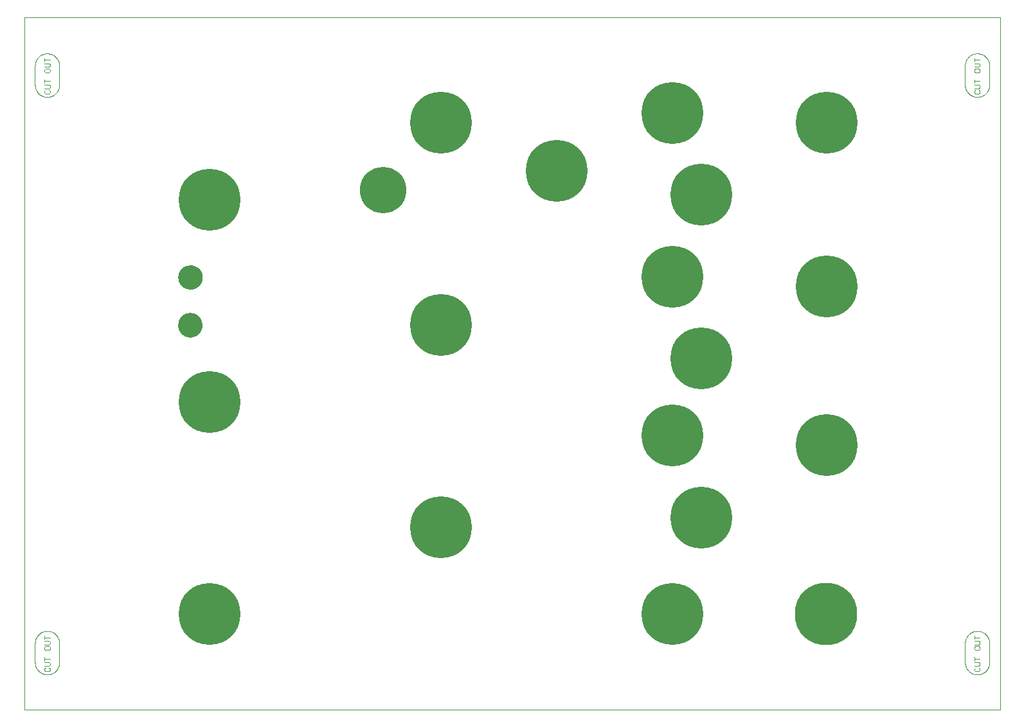
<source format=gbs>
G75*
%MOIN*%
%OFA0B0*%
%FSLAX25Y25*%
%IPPOS*%
%LPD*%
%AMOC8*
5,1,8,0,0,1.08239X$1,22.5*
%
%ADD10C,0.00000*%
%ADD11C,0.12605*%
%ADD12C,0.00010*%
%ADD13C,0.00200*%
%ADD14C,0.24085*%
%ADD15C,0.31959*%
%ADD16C,0.32353*%
D10*
X0001000Y0001600D02*
X0506906Y0001600D01*
X0506906Y0361049D01*
X0001000Y0361049D01*
X0001000Y0001600D01*
X0080784Y0201195D02*
X0080786Y0201351D01*
X0080792Y0201507D01*
X0080802Y0201662D01*
X0080816Y0201817D01*
X0080834Y0201972D01*
X0080856Y0202126D01*
X0080881Y0202280D01*
X0080911Y0202433D01*
X0080945Y0202585D01*
X0080982Y0202737D01*
X0081023Y0202887D01*
X0081068Y0203036D01*
X0081117Y0203184D01*
X0081170Y0203331D01*
X0081226Y0203476D01*
X0081286Y0203620D01*
X0081350Y0203762D01*
X0081418Y0203903D01*
X0081489Y0204041D01*
X0081563Y0204178D01*
X0081641Y0204313D01*
X0081722Y0204446D01*
X0081807Y0204577D01*
X0081895Y0204706D01*
X0081986Y0204832D01*
X0082081Y0204956D01*
X0082178Y0205077D01*
X0082279Y0205196D01*
X0082383Y0205313D01*
X0082489Y0205426D01*
X0082599Y0205537D01*
X0082711Y0205645D01*
X0082826Y0205750D01*
X0082944Y0205853D01*
X0083064Y0205952D01*
X0083187Y0206048D01*
X0083312Y0206141D01*
X0083439Y0206230D01*
X0083569Y0206317D01*
X0083701Y0206400D01*
X0083835Y0206479D01*
X0083971Y0206556D01*
X0084109Y0206628D01*
X0084248Y0206698D01*
X0084390Y0206763D01*
X0084533Y0206825D01*
X0084677Y0206883D01*
X0084823Y0206938D01*
X0084971Y0206989D01*
X0085119Y0207036D01*
X0085269Y0207079D01*
X0085420Y0207118D01*
X0085572Y0207154D01*
X0085724Y0207185D01*
X0085878Y0207213D01*
X0086032Y0207237D01*
X0086186Y0207257D01*
X0086341Y0207273D01*
X0086497Y0207285D01*
X0086652Y0207293D01*
X0086808Y0207297D01*
X0086964Y0207297D01*
X0087120Y0207293D01*
X0087275Y0207285D01*
X0087431Y0207273D01*
X0087586Y0207257D01*
X0087740Y0207237D01*
X0087894Y0207213D01*
X0088048Y0207185D01*
X0088200Y0207154D01*
X0088352Y0207118D01*
X0088503Y0207079D01*
X0088653Y0207036D01*
X0088801Y0206989D01*
X0088949Y0206938D01*
X0089095Y0206883D01*
X0089239Y0206825D01*
X0089382Y0206763D01*
X0089524Y0206698D01*
X0089663Y0206628D01*
X0089801Y0206556D01*
X0089937Y0206479D01*
X0090071Y0206400D01*
X0090203Y0206317D01*
X0090333Y0206230D01*
X0090460Y0206141D01*
X0090585Y0206048D01*
X0090708Y0205952D01*
X0090828Y0205853D01*
X0090946Y0205750D01*
X0091061Y0205645D01*
X0091173Y0205537D01*
X0091283Y0205426D01*
X0091389Y0205313D01*
X0091493Y0205196D01*
X0091594Y0205077D01*
X0091691Y0204956D01*
X0091786Y0204832D01*
X0091877Y0204706D01*
X0091965Y0204577D01*
X0092050Y0204446D01*
X0092131Y0204313D01*
X0092209Y0204178D01*
X0092283Y0204041D01*
X0092354Y0203903D01*
X0092422Y0203762D01*
X0092486Y0203620D01*
X0092546Y0203476D01*
X0092602Y0203331D01*
X0092655Y0203184D01*
X0092704Y0203036D01*
X0092749Y0202887D01*
X0092790Y0202737D01*
X0092827Y0202585D01*
X0092861Y0202433D01*
X0092891Y0202280D01*
X0092916Y0202126D01*
X0092938Y0201972D01*
X0092956Y0201817D01*
X0092970Y0201662D01*
X0092980Y0201507D01*
X0092986Y0201351D01*
X0092988Y0201195D01*
X0092986Y0201039D01*
X0092980Y0200883D01*
X0092970Y0200728D01*
X0092956Y0200573D01*
X0092938Y0200418D01*
X0092916Y0200264D01*
X0092891Y0200110D01*
X0092861Y0199957D01*
X0092827Y0199805D01*
X0092790Y0199653D01*
X0092749Y0199503D01*
X0092704Y0199354D01*
X0092655Y0199206D01*
X0092602Y0199059D01*
X0092546Y0198914D01*
X0092486Y0198770D01*
X0092422Y0198628D01*
X0092354Y0198487D01*
X0092283Y0198349D01*
X0092209Y0198212D01*
X0092131Y0198077D01*
X0092050Y0197944D01*
X0091965Y0197813D01*
X0091877Y0197684D01*
X0091786Y0197558D01*
X0091691Y0197434D01*
X0091594Y0197313D01*
X0091493Y0197194D01*
X0091389Y0197077D01*
X0091283Y0196964D01*
X0091173Y0196853D01*
X0091061Y0196745D01*
X0090946Y0196640D01*
X0090828Y0196537D01*
X0090708Y0196438D01*
X0090585Y0196342D01*
X0090460Y0196249D01*
X0090333Y0196160D01*
X0090203Y0196073D01*
X0090071Y0195990D01*
X0089937Y0195911D01*
X0089801Y0195834D01*
X0089663Y0195762D01*
X0089524Y0195692D01*
X0089382Y0195627D01*
X0089239Y0195565D01*
X0089095Y0195507D01*
X0088949Y0195452D01*
X0088801Y0195401D01*
X0088653Y0195354D01*
X0088503Y0195311D01*
X0088352Y0195272D01*
X0088200Y0195236D01*
X0088048Y0195205D01*
X0087894Y0195177D01*
X0087740Y0195153D01*
X0087586Y0195133D01*
X0087431Y0195117D01*
X0087275Y0195105D01*
X0087120Y0195097D01*
X0086964Y0195093D01*
X0086808Y0195093D01*
X0086652Y0195097D01*
X0086497Y0195105D01*
X0086341Y0195117D01*
X0086186Y0195133D01*
X0086032Y0195153D01*
X0085878Y0195177D01*
X0085724Y0195205D01*
X0085572Y0195236D01*
X0085420Y0195272D01*
X0085269Y0195311D01*
X0085119Y0195354D01*
X0084971Y0195401D01*
X0084823Y0195452D01*
X0084677Y0195507D01*
X0084533Y0195565D01*
X0084390Y0195627D01*
X0084248Y0195692D01*
X0084109Y0195762D01*
X0083971Y0195834D01*
X0083835Y0195911D01*
X0083701Y0195990D01*
X0083569Y0196073D01*
X0083439Y0196160D01*
X0083312Y0196249D01*
X0083187Y0196342D01*
X0083064Y0196438D01*
X0082944Y0196537D01*
X0082826Y0196640D01*
X0082711Y0196745D01*
X0082599Y0196853D01*
X0082489Y0196964D01*
X0082383Y0197077D01*
X0082279Y0197194D01*
X0082178Y0197313D01*
X0082081Y0197434D01*
X0081986Y0197558D01*
X0081895Y0197684D01*
X0081807Y0197813D01*
X0081722Y0197944D01*
X0081641Y0198077D01*
X0081563Y0198212D01*
X0081489Y0198349D01*
X0081418Y0198487D01*
X0081350Y0198628D01*
X0081286Y0198770D01*
X0081226Y0198914D01*
X0081170Y0199059D01*
X0081117Y0199206D01*
X0081068Y0199354D01*
X0081023Y0199503D01*
X0080982Y0199653D01*
X0080945Y0199805D01*
X0080911Y0199957D01*
X0080881Y0200110D01*
X0080856Y0200264D01*
X0080834Y0200418D01*
X0080816Y0200573D01*
X0080802Y0200728D01*
X0080792Y0200883D01*
X0080786Y0201039D01*
X0080784Y0201195D01*
X0080954Y0226075D02*
X0080956Y0226231D01*
X0080962Y0226387D01*
X0080972Y0226542D01*
X0080986Y0226697D01*
X0081004Y0226852D01*
X0081026Y0227006D01*
X0081051Y0227160D01*
X0081081Y0227313D01*
X0081115Y0227465D01*
X0081152Y0227617D01*
X0081193Y0227767D01*
X0081238Y0227916D01*
X0081287Y0228064D01*
X0081340Y0228211D01*
X0081396Y0228356D01*
X0081456Y0228500D01*
X0081520Y0228642D01*
X0081588Y0228783D01*
X0081659Y0228921D01*
X0081733Y0229058D01*
X0081811Y0229193D01*
X0081892Y0229326D01*
X0081977Y0229457D01*
X0082065Y0229586D01*
X0082156Y0229712D01*
X0082251Y0229836D01*
X0082348Y0229957D01*
X0082449Y0230076D01*
X0082553Y0230193D01*
X0082659Y0230306D01*
X0082769Y0230417D01*
X0082881Y0230525D01*
X0082996Y0230630D01*
X0083114Y0230733D01*
X0083234Y0230832D01*
X0083357Y0230928D01*
X0083482Y0231021D01*
X0083609Y0231110D01*
X0083739Y0231197D01*
X0083871Y0231280D01*
X0084005Y0231359D01*
X0084141Y0231436D01*
X0084279Y0231508D01*
X0084418Y0231578D01*
X0084560Y0231643D01*
X0084703Y0231705D01*
X0084847Y0231763D01*
X0084993Y0231818D01*
X0085141Y0231869D01*
X0085289Y0231916D01*
X0085439Y0231959D01*
X0085590Y0231998D01*
X0085742Y0232034D01*
X0085894Y0232065D01*
X0086048Y0232093D01*
X0086202Y0232117D01*
X0086356Y0232137D01*
X0086511Y0232153D01*
X0086667Y0232165D01*
X0086822Y0232173D01*
X0086978Y0232177D01*
X0087134Y0232177D01*
X0087290Y0232173D01*
X0087445Y0232165D01*
X0087601Y0232153D01*
X0087756Y0232137D01*
X0087910Y0232117D01*
X0088064Y0232093D01*
X0088218Y0232065D01*
X0088370Y0232034D01*
X0088522Y0231998D01*
X0088673Y0231959D01*
X0088823Y0231916D01*
X0088971Y0231869D01*
X0089119Y0231818D01*
X0089265Y0231763D01*
X0089409Y0231705D01*
X0089552Y0231643D01*
X0089694Y0231578D01*
X0089833Y0231508D01*
X0089971Y0231436D01*
X0090107Y0231359D01*
X0090241Y0231280D01*
X0090373Y0231197D01*
X0090503Y0231110D01*
X0090630Y0231021D01*
X0090755Y0230928D01*
X0090878Y0230832D01*
X0090998Y0230733D01*
X0091116Y0230630D01*
X0091231Y0230525D01*
X0091343Y0230417D01*
X0091453Y0230306D01*
X0091559Y0230193D01*
X0091663Y0230076D01*
X0091764Y0229957D01*
X0091861Y0229836D01*
X0091956Y0229712D01*
X0092047Y0229586D01*
X0092135Y0229457D01*
X0092220Y0229326D01*
X0092301Y0229193D01*
X0092379Y0229058D01*
X0092453Y0228921D01*
X0092524Y0228783D01*
X0092592Y0228642D01*
X0092656Y0228500D01*
X0092716Y0228356D01*
X0092772Y0228211D01*
X0092825Y0228064D01*
X0092874Y0227916D01*
X0092919Y0227767D01*
X0092960Y0227617D01*
X0092997Y0227465D01*
X0093031Y0227313D01*
X0093061Y0227160D01*
X0093086Y0227006D01*
X0093108Y0226852D01*
X0093126Y0226697D01*
X0093140Y0226542D01*
X0093150Y0226387D01*
X0093156Y0226231D01*
X0093158Y0226075D01*
X0093156Y0225919D01*
X0093150Y0225763D01*
X0093140Y0225608D01*
X0093126Y0225453D01*
X0093108Y0225298D01*
X0093086Y0225144D01*
X0093061Y0224990D01*
X0093031Y0224837D01*
X0092997Y0224685D01*
X0092960Y0224533D01*
X0092919Y0224383D01*
X0092874Y0224234D01*
X0092825Y0224086D01*
X0092772Y0223939D01*
X0092716Y0223794D01*
X0092656Y0223650D01*
X0092592Y0223508D01*
X0092524Y0223367D01*
X0092453Y0223229D01*
X0092379Y0223092D01*
X0092301Y0222957D01*
X0092220Y0222824D01*
X0092135Y0222693D01*
X0092047Y0222564D01*
X0091956Y0222438D01*
X0091861Y0222314D01*
X0091764Y0222193D01*
X0091663Y0222074D01*
X0091559Y0221957D01*
X0091453Y0221844D01*
X0091343Y0221733D01*
X0091231Y0221625D01*
X0091116Y0221520D01*
X0090998Y0221417D01*
X0090878Y0221318D01*
X0090755Y0221222D01*
X0090630Y0221129D01*
X0090503Y0221040D01*
X0090373Y0220953D01*
X0090241Y0220870D01*
X0090107Y0220791D01*
X0089971Y0220714D01*
X0089833Y0220642D01*
X0089694Y0220572D01*
X0089552Y0220507D01*
X0089409Y0220445D01*
X0089265Y0220387D01*
X0089119Y0220332D01*
X0088971Y0220281D01*
X0088823Y0220234D01*
X0088673Y0220191D01*
X0088522Y0220152D01*
X0088370Y0220116D01*
X0088218Y0220085D01*
X0088064Y0220057D01*
X0087910Y0220033D01*
X0087756Y0220013D01*
X0087601Y0219997D01*
X0087445Y0219985D01*
X0087290Y0219977D01*
X0087134Y0219973D01*
X0086978Y0219973D01*
X0086822Y0219977D01*
X0086667Y0219985D01*
X0086511Y0219997D01*
X0086356Y0220013D01*
X0086202Y0220033D01*
X0086048Y0220057D01*
X0085894Y0220085D01*
X0085742Y0220116D01*
X0085590Y0220152D01*
X0085439Y0220191D01*
X0085289Y0220234D01*
X0085141Y0220281D01*
X0084993Y0220332D01*
X0084847Y0220387D01*
X0084703Y0220445D01*
X0084560Y0220507D01*
X0084418Y0220572D01*
X0084279Y0220642D01*
X0084141Y0220714D01*
X0084005Y0220791D01*
X0083871Y0220870D01*
X0083739Y0220953D01*
X0083609Y0221040D01*
X0083482Y0221129D01*
X0083357Y0221222D01*
X0083234Y0221318D01*
X0083114Y0221417D01*
X0082996Y0221520D01*
X0082881Y0221625D01*
X0082769Y0221733D01*
X0082659Y0221844D01*
X0082553Y0221957D01*
X0082449Y0222074D01*
X0082348Y0222193D01*
X0082251Y0222314D01*
X0082156Y0222438D01*
X0082065Y0222564D01*
X0081977Y0222693D01*
X0081892Y0222824D01*
X0081811Y0222957D01*
X0081733Y0223092D01*
X0081659Y0223229D01*
X0081588Y0223367D01*
X0081520Y0223508D01*
X0081456Y0223650D01*
X0081396Y0223794D01*
X0081340Y0223939D01*
X0081287Y0224086D01*
X0081238Y0224234D01*
X0081193Y0224383D01*
X0081152Y0224533D01*
X0081115Y0224685D01*
X0081081Y0224837D01*
X0081051Y0224990D01*
X0081026Y0225144D01*
X0081004Y0225298D01*
X0080986Y0225453D01*
X0080972Y0225608D01*
X0080962Y0225763D01*
X0080956Y0225919D01*
X0080954Y0226075D01*
D11*
X0087056Y0226075D03*
X0086886Y0201195D03*
D12*
X0019110Y0325891D02*
X0019110Y0335891D01*
X0019108Y0336049D01*
X0019102Y0336207D01*
X0019092Y0336365D01*
X0019078Y0336523D01*
X0019060Y0336680D01*
X0019039Y0336837D01*
X0019013Y0336993D01*
X0018983Y0337149D01*
X0018950Y0337304D01*
X0018912Y0337457D01*
X0018871Y0337610D01*
X0018826Y0337762D01*
X0018777Y0337913D01*
X0018724Y0338062D01*
X0018668Y0338210D01*
X0018608Y0338356D01*
X0018544Y0338501D01*
X0018476Y0338644D01*
X0018405Y0338786D01*
X0018331Y0338926D01*
X0018253Y0339063D01*
X0018171Y0339199D01*
X0018087Y0339333D01*
X0017998Y0339464D01*
X0017907Y0339593D01*
X0017812Y0339720D01*
X0017715Y0339845D01*
X0017614Y0339967D01*
X0017510Y0340086D01*
X0017403Y0340203D01*
X0017293Y0340317D01*
X0017180Y0340428D01*
X0017065Y0340537D01*
X0016947Y0340642D01*
X0016826Y0340744D01*
X0016703Y0340844D01*
X0016577Y0340940D01*
X0016449Y0341033D01*
X0016319Y0341123D01*
X0016186Y0341209D01*
X0016051Y0341293D01*
X0015915Y0341372D01*
X0015776Y0341449D01*
X0015635Y0341521D01*
X0015493Y0341591D01*
X0015349Y0341656D01*
X0015203Y0341718D01*
X0015056Y0341776D01*
X0014907Y0341831D01*
X0014757Y0341882D01*
X0014606Y0341929D01*
X0014454Y0341972D01*
X0014301Y0342011D01*
X0014146Y0342047D01*
X0013991Y0342078D01*
X0013835Y0342106D01*
X0013679Y0342130D01*
X0013522Y0342150D01*
X0013364Y0342166D01*
X0013207Y0342178D01*
X0013048Y0342186D01*
X0012890Y0342190D01*
X0012732Y0342190D01*
X0012574Y0342186D01*
X0012415Y0342178D01*
X0012258Y0342166D01*
X0012100Y0342150D01*
X0011943Y0342130D01*
X0011787Y0342106D01*
X0011631Y0342078D01*
X0011476Y0342047D01*
X0011321Y0342011D01*
X0011168Y0341972D01*
X0011016Y0341929D01*
X0010865Y0341882D01*
X0010715Y0341831D01*
X0010566Y0341776D01*
X0010419Y0341718D01*
X0010273Y0341656D01*
X0010129Y0341591D01*
X0009987Y0341521D01*
X0009846Y0341449D01*
X0009707Y0341372D01*
X0009571Y0341293D01*
X0009436Y0341209D01*
X0009303Y0341123D01*
X0009173Y0341033D01*
X0009045Y0340940D01*
X0008919Y0340844D01*
X0008796Y0340744D01*
X0008675Y0340642D01*
X0008557Y0340537D01*
X0008442Y0340428D01*
X0008329Y0340317D01*
X0008219Y0340203D01*
X0008112Y0340086D01*
X0008008Y0339967D01*
X0007907Y0339845D01*
X0007810Y0339720D01*
X0007715Y0339593D01*
X0007624Y0339464D01*
X0007535Y0339333D01*
X0007451Y0339199D01*
X0007369Y0339063D01*
X0007291Y0338926D01*
X0007217Y0338786D01*
X0007146Y0338644D01*
X0007078Y0338501D01*
X0007014Y0338356D01*
X0006954Y0338210D01*
X0006898Y0338062D01*
X0006845Y0337913D01*
X0006796Y0337762D01*
X0006751Y0337610D01*
X0006710Y0337457D01*
X0006672Y0337304D01*
X0006639Y0337149D01*
X0006609Y0336993D01*
X0006583Y0336837D01*
X0006562Y0336680D01*
X0006544Y0336523D01*
X0006530Y0336365D01*
X0006520Y0336207D01*
X0006514Y0336049D01*
X0006512Y0335891D01*
X0006512Y0325891D01*
X0006514Y0325733D01*
X0006520Y0325575D01*
X0006530Y0325417D01*
X0006544Y0325259D01*
X0006562Y0325102D01*
X0006583Y0324945D01*
X0006609Y0324789D01*
X0006639Y0324633D01*
X0006672Y0324478D01*
X0006710Y0324325D01*
X0006751Y0324172D01*
X0006796Y0324020D01*
X0006845Y0323869D01*
X0006898Y0323720D01*
X0006954Y0323572D01*
X0007014Y0323426D01*
X0007078Y0323281D01*
X0007146Y0323138D01*
X0007217Y0322996D01*
X0007291Y0322856D01*
X0007369Y0322719D01*
X0007451Y0322583D01*
X0007535Y0322449D01*
X0007624Y0322318D01*
X0007715Y0322189D01*
X0007810Y0322062D01*
X0007907Y0321937D01*
X0008008Y0321815D01*
X0008112Y0321696D01*
X0008219Y0321579D01*
X0008329Y0321465D01*
X0008442Y0321354D01*
X0008557Y0321245D01*
X0008675Y0321140D01*
X0008796Y0321038D01*
X0008919Y0320938D01*
X0009045Y0320842D01*
X0009173Y0320749D01*
X0009303Y0320659D01*
X0009436Y0320573D01*
X0009571Y0320489D01*
X0009707Y0320410D01*
X0009846Y0320333D01*
X0009987Y0320261D01*
X0010129Y0320191D01*
X0010273Y0320126D01*
X0010419Y0320064D01*
X0010566Y0320006D01*
X0010715Y0319951D01*
X0010865Y0319900D01*
X0011016Y0319853D01*
X0011168Y0319810D01*
X0011321Y0319771D01*
X0011476Y0319735D01*
X0011631Y0319704D01*
X0011787Y0319676D01*
X0011943Y0319652D01*
X0012100Y0319632D01*
X0012258Y0319616D01*
X0012415Y0319604D01*
X0012574Y0319596D01*
X0012732Y0319592D01*
X0012890Y0319592D01*
X0013048Y0319596D01*
X0013207Y0319604D01*
X0013364Y0319616D01*
X0013522Y0319632D01*
X0013679Y0319652D01*
X0013835Y0319676D01*
X0013991Y0319704D01*
X0014146Y0319735D01*
X0014301Y0319771D01*
X0014454Y0319810D01*
X0014606Y0319853D01*
X0014757Y0319900D01*
X0014907Y0319951D01*
X0015056Y0320006D01*
X0015203Y0320064D01*
X0015349Y0320126D01*
X0015493Y0320191D01*
X0015635Y0320261D01*
X0015776Y0320333D01*
X0015915Y0320410D01*
X0016051Y0320489D01*
X0016186Y0320573D01*
X0016319Y0320659D01*
X0016449Y0320749D01*
X0016577Y0320842D01*
X0016703Y0320938D01*
X0016826Y0321038D01*
X0016947Y0321140D01*
X0017065Y0321245D01*
X0017180Y0321354D01*
X0017293Y0321465D01*
X0017403Y0321579D01*
X0017510Y0321696D01*
X0017614Y0321815D01*
X0017715Y0321937D01*
X0017812Y0322062D01*
X0017907Y0322189D01*
X0017998Y0322318D01*
X0018087Y0322449D01*
X0018171Y0322583D01*
X0018253Y0322719D01*
X0018331Y0322856D01*
X0018405Y0322996D01*
X0018476Y0323138D01*
X0018544Y0323281D01*
X0018608Y0323426D01*
X0018668Y0323572D01*
X0018724Y0323720D01*
X0018777Y0323869D01*
X0018826Y0324020D01*
X0018871Y0324172D01*
X0018912Y0324325D01*
X0018950Y0324478D01*
X0018983Y0324633D01*
X0019013Y0324789D01*
X0019039Y0324945D01*
X0019060Y0325102D01*
X0019078Y0325259D01*
X0019092Y0325417D01*
X0019102Y0325575D01*
X0019108Y0325733D01*
X0019110Y0325891D01*
X0019110Y0036128D02*
X0019110Y0026128D01*
X0019108Y0025970D01*
X0019102Y0025812D01*
X0019092Y0025654D01*
X0019078Y0025496D01*
X0019060Y0025339D01*
X0019039Y0025182D01*
X0019013Y0025026D01*
X0018983Y0024870D01*
X0018950Y0024715D01*
X0018912Y0024562D01*
X0018871Y0024409D01*
X0018826Y0024257D01*
X0018777Y0024106D01*
X0018724Y0023957D01*
X0018668Y0023809D01*
X0018608Y0023663D01*
X0018544Y0023518D01*
X0018476Y0023375D01*
X0018405Y0023233D01*
X0018331Y0023093D01*
X0018253Y0022956D01*
X0018171Y0022820D01*
X0018087Y0022686D01*
X0017998Y0022555D01*
X0017907Y0022426D01*
X0017812Y0022299D01*
X0017715Y0022174D01*
X0017614Y0022052D01*
X0017510Y0021933D01*
X0017403Y0021816D01*
X0017293Y0021702D01*
X0017180Y0021591D01*
X0017065Y0021482D01*
X0016947Y0021377D01*
X0016826Y0021275D01*
X0016703Y0021175D01*
X0016577Y0021079D01*
X0016449Y0020986D01*
X0016319Y0020896D01*
X0016186Y0020810D01*
X0016051Y0020726D01*
X0015915Y0020647D01*
X0015776Y0020570D01*
X0015635Y0020498D01*
X0015493Y0020428D01*
X0015349Y0020363D01*
X0015203Y0020301D01*
X0015056Y0020243D01*
X0014907Y0020188D01*
X0014757Y0020137D01*
X0014606Y0020090D01*
X0014454Y0020047D01*
X0014301Y0020008D01*
X0014146Y0019972D01*
X0013991Y0019941D01*
X0013835Y0019913D01*
X0013679Y0019889D01*
X0013522Y0019869D01*
X0013364Y0019853D01*
X0013207Y0019841D01*
X0013048Y0019833D01*
X0012890Y0019829D01*
X0012732Y0019829D01*
X0012574Y0019833D01*
X0012415Y0019841D01*
X0012258Y0019853D01*
X0012100Y0019869D01*
X0011943Y0019889D01*
X0011787Y0019913D01*
X0011631Y0019941D01*
X0011476Y0019972D01*
X0011321Y0020008D01*
X0011168Y0020047D01*
X0011016Y0020090D01*
X0010865Y0020137D01*
X0010715Y0020188D01*
X0010566Y0020243D01*
X0010419Y0020301D01*
X0010273Y0020363D01*
X0010129Y0020428D01*
X0009987Y0020498D01*
X0009846Y0020570D01*
X0009707Y0020647D01*
X0009571Y0020726D01*
X0009436Y0020810D01*
X0009303Y0020896D01*
X0009173Y0020986D01*
X0009045Y0021079D01*
X0008919Y0021175D01*
X0008796Y0021275D01*
X0008675Y0021377D01*
X0008557Y0021482D01*
X0008442Y0021591D01*
X0008329Y0021702D01*
X0008219Y0021816D01*
X0008112Y0021933D01*
X0008008Y0022052D01*
X0007907Y0022174D01*
X0007810Y0022299D01*
X0007715Y0022426D01*
X0007624Y0022555D01*
X0007535Y0022686D01*
X0007451Y0022820D01*
X0007369Y0022956D01*
X0007291Y0023093D01*
X0007217Y0023233D01*
X0007146Y0023375D01*
X0007078Y0023518D01*
X0007014Y0023663D01*
X0006954Y0023809D01*
X0006898Y0023957D01*
X0006845Y0024106D01*
X0006796Y0024257D01*
X0006751Y0024409D01*
X0006710Y0024562D01*
X0006672Y0024715D01*
X0006639Y0024870D01*
X0006609Y0025026D01*
X0006583Y0025182D01*
X0006562Y0025339D01*
X0006544Y0025496D01*
X0006530Y0025654D01*
X0006520Y0025812D01*
X0006514Y0025970D01*
X0006512Y0026128D01*
X0006512Y0036128D01*
X0006514Y0036286D01*
X0006520Y0036444D01*
X0006530Y0036602D01*
X0006544Y0036760D01*
X0006562Y0036917D01*
X0006583Y0037074D01*
X0006609Y0037230D01*
X0006639Y0037386D01*
X0006672Y0037541D01*
X0006710Y0037694D01*
X0006751Y0037847D01*
X0006796Y0037999D01*
X0006845Y0038150D01*
X0006898Y0038299D01*
X0006954Y0038447D01*
X0007014Y0038593D01*
X0007078Y0038738D01*
X0007146Y0038881D01*
X0007217Y0039023D01*
X0007291Y0039163D01*
X0007369Y0039300D01*
X0007451Y0039436D01*
X0007535Y0039570D01*
X0007624Y0039701D01*
X0007715Y0039830D01*
X0007810Y0039957D01*
X0007907Y0040082D01*
X0008008Y0040204D01*
X0008112Y0040323D01*
X0008219Y0040440D01*
X0008329Y0040554D01*
X0008442Y0040665D01*
X0008557Y0040774D01*
X0008675Y0040879D01*
X0008796Y0040981D01*
X0008919Y0041081D01*
X0009045Y0041177D01*
X0009173Y0041270D01*
X0009303Y0041360D01*
X0009436Y0041446D01*
X0009571Y0041530D01*
X0009707Y0041609D01*
X0009846Y0041686D01*
X0009987Y0041758D01*
X0010129Y0041828D01*
X0010273Y0041893D01*
X0010419Y0041955D01*
X0010566Y0042013D01*
X0010715Y0042068D01*
X0010865Y0042119D01*
X0011016Y0042166D01*
X0011168Y0042209D01*
X0011321Y0042248D01*
X0011476Y0042284D01*
X0011631Y0042315D01*
X0011787Y0042343D01*
X0011943Y0042367D01*
X0012100Y0042387D01*
X0012258Y0042403D01*
X0012415Y0042415D01*
X0012574Y0042423D01*
X0012732Y0042427D01*
X0012890Y0042427D01*
X0013048Y0042423D01*
X0013207Y0042415D01*
X0013364Y0042403D01*
X0013522Y0042387D01*
X0013679Y0042367D01*
X0013835Y0042343D01*
X0013991Y0042315D01*
X0014146Y0042284D01*
X0014301Y0042248D01*
X0014454Y0042209D01*
X0014606Y0042166D01*
X0014757Y0042119D01*
X0014907Y0042068D01*
X0015056Y0042013D01*
X0015203Y0041955D01*
X0015349Y0041893D01*
X0015493Y0041828D01*
X0015635Y0041758D01*
X0015776Y0041686D01*
X0015915Y0041609D01*
X0016051Y0041530D01*
X0016186Y0041446D01*
X0016319Y0041360D01*
X0016449Y0041270D01*
X0016577Y0041177D01*
X0016703Y0041081D01*
X0016826Y0040981D01*
X0016947Y0040879D01*
X0017065Y0040774D01*
X0017180Y0040665D01*
X0017293Y0040554D01*
X0017403Y0040440D01*
X0017510Y0040323D01*
X0017614Y0040204D01*
X0017715Y0040082D01*
X0017812Y0039957D01*
X0017907Y0039830D01*
X0017998Y0039701D01*
X0018087Y0039570D01*
X0018171Y0039436D01*
X0018253Y0039300D01*
X0018331Y0039163D01*
X0018405Y0039023D01*
X0018476Y0038881D01*
X0018544Y0038738D01*
X0018608Y0038593D01*
X0018668Y0038447D01*
X0018724Y0038299D01*
X0018777Y0038150D01*
X0018826Y0037999D01*
X0018871Y0037847D01*
X0018912Y0037694D01*
X0018950Y0037541D01*
X0018983Y0037386D01*
X0019013Y0037230D01*
X0019039Y0037074D01*
X0019060Y0036917D01*
X0019078Y0036760D01*
X0019092Y0036602D01*
X0019102Y0036444D01*
X0019108Y0036286D01*
X0019110Y0036128D01*
X0488795Y0036128D02*
X0488795Y0026128D01*
X0488797Y0025970D01*
X0488803Y0025812D01*
X0488813Y0025654D01*
X0488827Y0025496D01*
X0488845Y0025339D01*
X0488866Y0025182D01*
X0488892Y0025026D01*
X0488922Y0024870D01*
X0488955Y0024715D01*
X0488993Y0024562D01*
X0489034Y0024409D01*
X0489079Y0024257D01*
X0489128Y0024106D01*
X0489181Y0023957D01*
X0489237Y0023809D01*
X0489297Y0023663D01*
X0489361Y0023518D01*
X0489429Y0023375D01*
X0489500Y0023233D01*
X0489574Y0023093D01*
X0489652Y0022956D01*
X0489734Y0022820D01*
X0489818Y0022686D01*
X0489907Y0022555D01*
X0489998Y0022426D01*
X0490093Y0022299D01*
X0490190Y0022174D01*
X0490291Y0022052D01*
X0490395Y0021933D01*
X0490502Y0021816D01*
X0490612Y0021702D01*
X0490725Y0021591D01*
X0490840Y0021482D01*
X0490958Y0021377D01*
X0491079Y0021275D01*
X0491202Y0021175D01*
X0491328Y0021079D01*
X0491456Y0020986D01*
X0491586Y0020896D01*
X0491719Y0020810D01*
X0491854Y0020726D01*
X0491990Y0020647D01*
X0492129Y0020570D01*
X0492270Y0020498D01*
X0492412Y0020428D01*
X0492556Y0020363D01*
X0492702Y0020301D01*
X0492849Y0020243D01*
X0492998Y0020188D01*
X0493148Y0020137D01*
X0493299Y0020090D01*
X0493451Y0020047D01*
X0493604Y0020008D01*
X0493759Y0019972D01*
X0493914Y0019941D01*
X0494070Y0019913D01*
X0494226Y0019889D01*
X0494383Y0019869D01*
X0494541Y0019853D01*
X0494698Y0019841D01*
X0494857Y0019833D01*
X0495015Y0019829D01*
X0495173Y0019829D01*
X0495331Y0019833D01*
X0495490Y0019841D01*
X0495647Y0019853D01*
X0495805Y0019869D01*
X0495962Y0019889D01*
X0496118Y0019913D01*
X0496274Y0019941D01*
X0496429Y0019972D01*
X0496584Y0020008D01*
X0496737Y0020047D01*
X0496889Y0020090D01*
X0497040Y0020137D01*
X0497190Y0020188D01*
X0497339Y0020243D01*
X0497486Y0020301D01*
X0497632Y0020363D01*
X0497776Y0020428D01*
X0497918Y0020498D01*
X0498059Y0020570D01*
X0498198Y0020647D01*
X0498334Y0020726D01*
X0498469Y0020810D01*
X0498602Y0020896D01*
X0498732Y0020986D01*
X0498860Y0021079D01*
X0498986Y0021175D01*
X0499109Y0021275D01*
X0499230Y0021377D01*
X0499348Y0021482D01*
X0499463Y0021591D01*
X0499576Y0021702D01*
X0499686Y0021816D01*
X0499793Y0021933D01*
X0499897Y0022052D01*
X0499998Y0022174D01*
X0500095Y0022299D01*
X0500190Y0022426D01*
X0500281Y0022555D01*
X0500370Y0022686D01*
X0500454Y0022820D01*
X0500536Y0022956D01*
X0500614Y0023093D01*
X0500688Y0023233D01*
X0500759Y0023375D01*
X0500827Y0023518D01*
X0500891Y0023663D01*
X0500951Y0023809D01*
X0501007Y0023957D01*
X0501060Y0024106D01*
X0501109Y0024257D01*
X0501154Y0024409D01*
X0501195Y0024562D01*
X0501233Y0024715D01*
X0501266Y0024870D01*
X0501296Y0025026D01*
X0501322Y0025182D01*
X0501343Y0025339D01*
X0501361Y0025496D01*
X0501375Y0025654D01*
X0501385Y0025812D01*
X0501391Y0025970D01*
X0501393Y0026128D01*
X0501394Y0026128D02*
X0501394Y0036128D01*
X0501393Y0036128D02*
X0501391Y0036286D01*
X0501385Y0036444D01*
X0501375Y0036602D01*
X0501361Y0036760D01*
X0501343Y0036917D01*
X0501322Y0037074D01*
X0501296Y0037230D01*
X0501266Y0037386D01*
X0501233Y0037541D01*
X0501195Y0037694D01*
X0501154Y0037847D01*
X0501109Y0037999D01*
X0501060Y0038150D01*
X0501007Y0038299D01*
X0500951Y0038447D01*
X0500891Y0038593D01*
X0500827Y0038738D01*
X0500759Y0038881D01*
X0500688Y0039023D01*
X0500614Y0039163D01*
X0500536Y0039300D01*
X0500454Y0039436D01*
X0500370Y0039570D01*
X0500281Y0039701D01*
X0500190Y0039830D01*
X0500095Y0039957D01*
X0499998Y0040082D01*
X0499897Y0040204D01*
X0499793Y0040323D01*
X0499686Y0040440D01*
X0499576Y0040554D01*
X0499463Y0040665D01*
X0499348Y0040774D01*
X0499230Y0040879D01*
X0499109Y0040981D01*
X0498986Y0041081D01*
X0498860Y0041177D01*
X0498732Y0041270D01*
X0498602Y0041360D01*
X0498469Y0041446D01*
X0498334Y0041530D01*
X0498198Y0041609D01*
X0498059Y0041686D01*
X0497918Y0041758D01*
X0497776Y0041828D01*
X0497632Y0041893D01*
X0497486Y0041955D01*
X0497339Y0042013D01*
X0497190Y0042068D01*
X0497040Y0042119D01*
X0496889Y0042166D01*
X0496737Y0042209D01*
X0496584Y0042248D01*
X0496429Y0042284D01*
X0496274Y0042315D01*
X0496118Y0042343D01*
X0495962Y0042367D01*
X0495805Y0042387D01*
X0495647Y0042403D01*
X0495490Y0042415D01*
X0495331Y0042423D01*
X0495173Y0042427D01*
X0495015Y0042427D01*
X0494857Y0042423D01*
X0494698Y0042415D01*
X0494541Y0042403D01*
X0494383Y0042387D01*
X0494226Y0042367D01*
X0494070Y0042343D01*
X0493914Y0042315D01*
X0493759Y0042284D01*
X0493604Y0042248D01*
X0493451Y0042209D01*
X0493299Y0042166D01*
X0493148Y0042119D01*
X0492998Y0042068D01*
X0492849Y0042013D01*
X0492702Y0041955D01*
X0492556Y0041893D01*
X0492412Y0041828D01*
X0492270Y0041758D01*
X0492129Y0041686D01*
X0491990Y0041609D01*
X0491854Y0041530D01*
X0491719Y0041446D01*
X0491586Y0041360D01*
X0491456Y0041270D01*
X0491328Y0041177D01*
X0491202Y0041081D01*
X0491079Y0040981D01*
X0490958Y0040879D01*
X0490840Y0040774D01*
X0490725Y0040665D01*
X0490612Y0040554D01*
X0490502Y0040440D01*
X0490395Y0040323D01*
X0490291Y0040204D01*
X0490190Y0040082D01*
X0490093Y0039957D01*
X0489998Y0039830D01*
X0489907Y0039701D01*
X0489818Y0039570D01*
X0489734Y0039436D01*
X0489652Y0039300D01*
X0489574Y0039163D01*
X0489500Y0039023D01*
X0489429Y0038881D01*
X0489361Y0038738D01*
X0489297Y0038593D01*
X0489237Y0038447D01*
X0489181Y0038299D01*
X0489128Y0038150D01*
X0489079Y0037999D01*
X0489034Y0037847D01*
X0488993Y0037694D01*
X0488955Y0037541D01*
X0488922Y0037386D01*
X0488892Y0037230D01*
X0488866Y0037074D01*
X0488845Y0036917D01*
X0488827Y0036760D01*
X0488813Y0036602D01*
X0488803Y0036444D01*
X0488797Y0036286D01*
X0488795Y0036128D01*
X0488795Y0325891D02*
X0488795Y0335891D01*
X0488797Y0336049D01*
X0488803Y0336207D01*
X0488813Y0336365D01*
X0488827Y0336523D01*
X0488845Y0336680D01*
X0488866Y0336837D01*
X0488892Y0336993D01*
X0488922Y0337149D01*
X0488955Y0337304D01*
X0488993Y0337457D01*
X0489034Y0337610D01*
X0489079Y0337762D01*
X0489128Y0337913D01*
X0489181Y0338062D01*
X0489237Y0338210D01*
X0489297Y0338356D01*
X0489361Y0338501D01*
X0489429Y0338644D01*
X0489500Y0338786D01*
X0489574Y0338926D01*
X0489652Y0339063D01*
X0489734Y0339199D01*
X0489818Y0339333D01*
X0489907Y0339464D01*
X0489998Y0339593D01*
X0490093Y0339720D01*
X0490190Y0339845D01*
X0490291Y0339967D01*
X0490395Y0340086D01*
X0490502Y0340203D01*
X0490612Y0340317D01*
X0490725Y0340428D01*
X0490840Y0340537D01*
X0490958Y0340642D01*
X0491079Y0340744D01*
X0491202Y0340844D01*
X0491328Y0340940D01*
X0491456Y0341033D01*
X0491586Y0341123D01*
X0491719Y0341209D01*
X0491854Y0341293D01*
X0491990Y0341372D01*
X0492129Y0341449D01*
X0492270Y0341521D01*
X0492412Y0341591D01*
X0492556Y0341656D01*
X0492702Y0341718D01*
X0492849Y0341776D01*
X0492998Y0341831D01*
X0493148Y0341882D01*
X0493299Y0341929D01*
X0493451Y0341972D01*
X0493604Y0342011D01*
X0493759Y0342047D01*
X0493914Y0342078D01*
X0494070Y0342106D01*
X0494226Y0342130D01*
X0494383Y0342150D01*
X0494541Y0342166D01*
X0494698Y0342178D01*
X0494857Y0342186D01*
X0495015Y0342190D01*
X0495173Y0342190D01*
X0495331Y0342186D01*
X0495490Y0342178D01*
X0495647Y0342166D01*
X0495805Y0342150D01*
X0495962Y0342130D01*
X0496118Y0342106D01*
X0496274Y0342078D01*
X0496429Y0342047D01*
X0496584Y0342011D01*
X0496737Y0341972D01*
X0496889Y0341929D01*
X0497040Y0341882D01*
X0497190Y0341831D01*
X0497339Y0341776D01*
X0497486Y0341718D01*
X0497632Y0341656D01*
X0497776Y0341591D01*
X0497918Y0341521D01*
X0498059Y0341449D01*
X0498198Y0341372D01*
X0498334Y0341293D01*
X0498469Y0341209D01*
X0498602Y0341123D01*
X0498732Y0341033D01*
X0498860Y0340940D01*
X0498986Y0340844D01*
X0499109Y0340744D01*
X0499230Y0340642D01*
X0499348Y0340537D01*
X0499463Y0340428D01*
X0499576Y0340317D01*
X0499686Y0340203D01*
X0499793Y0340086D01*
X0499897Y0339967D01*
X0499998Y0339845D01*
X0500095Y0339720D01*
X0500190Y0339593D01*
X0500281Y0339464D01*
X0500370Y0339333D01*
X0500454Y0339199D01*
X0500536Y0339063D01*
X0500614Y0338926D01*
X0500688Y0338786D01*
X0500759Y0338644D01*
X0500827Y0338501D01*
X0500891Y0338356D01*
X0500951Y0338210D01*
X0501007Y0338062D01*
X0501060Y0337913D01*
X0501109Y0337762D01*
X0501154Y0337610D01*
X0501195Y0337457D01*
X0501233Y0337304D01*
X0501266Y0337149D01*
X0501296Y0336993D01*
X0501322Y0336837D01*
X0501343Y0336680D01*
X0501361Y0336523D01*
X0501375Y0336365D01*
X0501385Y0336207D01*
X0501391Y0336049D01*
X0501393Y0335891D01*
X0501394Y0335891D02*
X0501394Y0325891D01*
X0501393Y0325891D02*
X0501391Y0325733D01*
X0501385Y0325575D01*
X0501375Y0325417D01*
X0501361Y0325259D01*
X0501343Y0325102D01*
X0501322Y0324945D01*
X0501296Y0324789D01*
X0501266Y0324633D01*
X0501233Y0324478D01*
X0501195Y0324325D01*
X0501154Y0324172D01*
X0501109Y0324020D01*
X0501060Y0323869D01*
X0501007Y0323720D01*
X0500951Y0323572D01*
X0500891Y0323426D01*
X0500827Y0323281D01*
X0500759Y0323138D01*
X0500688Y0322996D01*
X0500614Y0322856D01*
X0500536Y0322719D01*
X0500454Y0322583D01*
X0500370Y0322449D01*
X0500281Y0322318D01*
X0500190Y0322189D01*
X0500095Y0322062D01*
X0499998Y0321937D01*
X0499897Y0321815D01*
X0499793Y0321696D01*
X0499686Y0321579D01*
X0499576Y0321465D01*
X0499463Y0321354D01*
X0499348Y0321245D01*
X0499230Y0321140D01*
X0499109Y0321038D01*
X0498986Y0320938D01*
X0498860Y0320842D01*
X0498732Y0320749D01*
X0498602Y0320659D01*
X0498469Y0320573D01*
X0498334Y0320489D01*
X0498198Y0320410D01*
X0498059Y0320333D01*
X0497918Y0320261D01*
X0497776Y0320191D01*
X0497632Y0320126D01*
X0497486Y0320064D01*
X0497339Y0320006D01*
X0497190Y0319951D01*
X0497040Y0319900D01*
X0496889Y0319853D01*
X0496737Y0319810D01*
X0496584Y0319771D01*
X0496429Y0319735D01*
X0496274Y0319704D01*
X0496118Y0319676D01*
X0495962Y0319652D01*
X0495805Y0319632D01*
X0495647Y0319616D01*
X0495490Y0319604D01*
X0495331Y0319596D01*
X0495173Y0319592D01*
X0495015Y0319592D01*
X0494857Y0319596D01*
X0494698Y0319604D01*
X0494541Y0319616D01*
X0494383Y0319632D01*
X0494226Y0319652D01*
X0494070Y0319676D01*
X0493914Y0319704D01*
X0493759Y0319735D01*
X0493604Y0319771D01*
X0493451Y0319810D01*
X0493299Y0319853D01*
X0493148Y0319900D01*
X0492998Y0319951D01*
X0492849Y0320006D01*
X0492702Y0320064D01*
X0492556Y0320126D01*
X0492412Y0320191D01*
X0492270Y0320261D01*
X0492129Y0320333D01*
X0491990Y0320410D01*
X0491854Y0320489D01*
X0491719Y0320573D01*
X0491586Y0320659D01*
X0491456Y0320749D01*
X0491328Y0320842D01*
X0491202Y0320938D01*
X0491079Y0321038D01*
X0490958Y0321140D01*
X0490840Y0321245D01*
X0490725Y0321354D01*
X0490612Y0321465D01*
X0490502Y0321579D01*
X0490395Y0321696D01*
X0490291Y0321815D01*
X0490190Y0321937D01*
X0490093Y0322062D01*
X0489998Y0322189D01*
X0489907Y0322318D01*
X0489818Y0322449D01*
X0489734Y0322583D01*
X0489652Y0322719D01*
X0489574Y0322856D01*
X0489500Y0322996D01*
X0489429Y0323138D01*
X0489361Y0323281D01*
X0489297Y0323426D01*
X0489237Y0323572D01*
X0489181Y0323720D01*
X0489128Y0323869D01*
X0489079Y0324020D01*
X0489034Y0324172D01*
X0488993Y0324325D01*
X0488955Y0324478D01*
X0488922Y0324633D01*
X0488892Y0324789D01*
X0488866Y0324945D01*
X0488845Y0325102D01*
X0488827Y0325259D01*
X0488813Y0325417D01*
X0488803Y0325575D01*
X0488797Y0325733D01*
X0488795Y0325891D01*
D13*
X0493692Y0325954D02*
X0496027Y0325954D01*
X0496494Y0325487D01*
X0496494Y0324552D01*
X0496027Y0324085D01*
X0493692Y0324085D01*
X0494159Y0323191D02*
X0493692Y0322724D01*
X0493692Y0321790D01*
X0494159Y0321323D01*
X0496027Y0321323D01*
X0496494Y0321790D01*
X0496494Y0322724D01*
X0496027Y0323191D01*
X0493692Y0326848D02*
X0493692Y0328716D01*
X0493692Y0327782D02*
X0496494Y0327782D01*
X0496027Y0332372D02*
X0496494Y0332840D01*
X0496494Y0333774D01*
X0496027Y0334241D01*
X0494159Y0334241D01*
X0493692Y0333774D01*
X0493692Y0332840D01*
X0494159Y0332372D01*
X0496027Y0332372D01*
X0496027Y0335135D02*
X0496494Y0335602D01*
X0496494Y0336536D01*
X0496027Y0337003D01*
X0493692Y0337003D01*
X0493692Y0337897D02*
X0493692Y0339765D01*
X0493692Y0338831D02*
X0496494Y0338831D01*
X0496027Y0335135D02*
X0493692Y0335135D01*
X0493692Y0040002D02*
X0493692Y0038133D01*
X0493692Y0037239D02*
X0496027Y0037239D01*
X0496494Y0036772D01*
X0496494Y0035838D01*
X0496027Y0035371D01*
X0493692Y0035371D01*
X0494159Y0034477D02*
X0493692Y0034010D01*
X0493692Y0033076D01*
X0494159Y0032609D01*
X0496027Y0032609D01*
X0496494Y0033076D01*
X0496494Y0034010D01*
X0496027Y0034477D01*
X0494159Y0034477D01*
X0493692Y0039068D02*
X0496494Y0039068D01*
X0493692Y0028952D02*
X0493692Y0027084D01*
X0493692Y0026190D02*
X0496027Y0026190D01*
X0496494Y0025723D01*
X0496494Y0024789D01*
X0496027Y0024322D01*
X0493692Y0024322D01*
X0494159Y0023428D02*
X0493692Y0022960D01*
X0493692Y0022026D01*
X0494159Y0021559D01*
X0496027Y0021559D01*
X0496494Y0022026D01*
X0496494Y0022960D01*
X0496027Y0023428D01*
X0496494Y0028018D02*
X0493692Y0028018D01*
X0014211Y0028018D02*
X0011409Y0028018D01*
X0011409Y0027084D02*
X0011409Y0028952D01*
X0011409Y0026190D02*
X0013744Y0026190D01*
X0014211Y0025723D01*
X0014211Y0024789D01*
X0013744Y0024322D01*
X0011409Y0024322D01*
X0011876Y0023428D02*
X0011409Y0022960D01*
X0011409Y0022026D01*
X0011876Y0021559D01*
X0013744Y0021559D01*
X0014211Y0022026D01*
X0014211Y0022960D01*
X0013744Y0023428D01*
X0013744Y0032609D02*
X0014211Y0033076D01*
X0014211Y0034010D01*
X0013744Y0034477D01*
X0011876Y0034477D01*
X0011409Y0034010D01*
X0011409Y0033076D01*
X0011876Y0032609D01*
X0013744Y0032609D01*
X0013744Y0035371D02*
X0014211Y0035838D01*
X0014211Y0036772D01*
X0013744Y0037239D01*
X0011409Y0037239D01*
X0011409Y0038133D02*
X0011409Y0040002D01*
X0011409Y0039068D02*
X0014211Y0039068D01*
X0013744Y0035371D02*
X0011409Y0035371D01*
X0011876Y0321323D02*
X0013744Y0321323D01*
X0014211Y0321790D01*
X0014211Y0322724D01*
X0013744Y0323191D01*
X0013744Y0324085D02*
X0014211Y0324552D01*
X0014211Y0325487D01*
X0013744Y0325954D01*
X0011409Y0325954D01*
X0011409Y0326848D02*
X0011409Y0328716D01*
X0011409Y0327782D02*
X0014211Y0327782D01*
X0013744Y0324085D02*
X0011409Y0324085D01*
X0011876Y0323191D02*
X0011409Y0322724D01*
X0011409Y0321790D01*
X0011876Y0321323D01*
X0011876Y0332372D02*
X0013744Y0332372D01*
X0014211Y0332840D01*
X0014211Y0333774D01*
X0013744Y0334241D01*
X0011876Y0334241D01*
X0011409Y0333774D01*
X0011409Y0332840D01*
X0011876Y0332372D01*
X0011409Y0335135D02*
X0013744Y0335135D01*
X0014211Y0335602D01*
X0014211Y0336536D01*
X0013744Y0337003D01*
X0011409Y0337003D01*
X0011409Y0337897D02*
X0011409Y0339765D01*
X0011409Y0338831D02*
X0014211Y0338831D01*
D14*
X0186980Y0271294D03*
D15*
X0216917Y0306291D03*
X0276917Y0281308D03*
X0336904Y0311286D03*
X0351911Y0268779D03*
X0336907Y0226280D03*
X0351920Y0183795D03*
X0336917Y0143782D03*
X0351912Y0101301D03*
X0336928Y0051283D03*
X0416947Y0138802D03*
X0416883Y0221288D03*
X0416888Y0306305D03*
X0216894Y0201293D03*
X0096937Y0161260D03*
X0216892Y0096293D03*
X0096936Y0051287D03*
X0096973Y0266302D03*
D16*
X0416827Y0051175D03*
M02*

</source>
